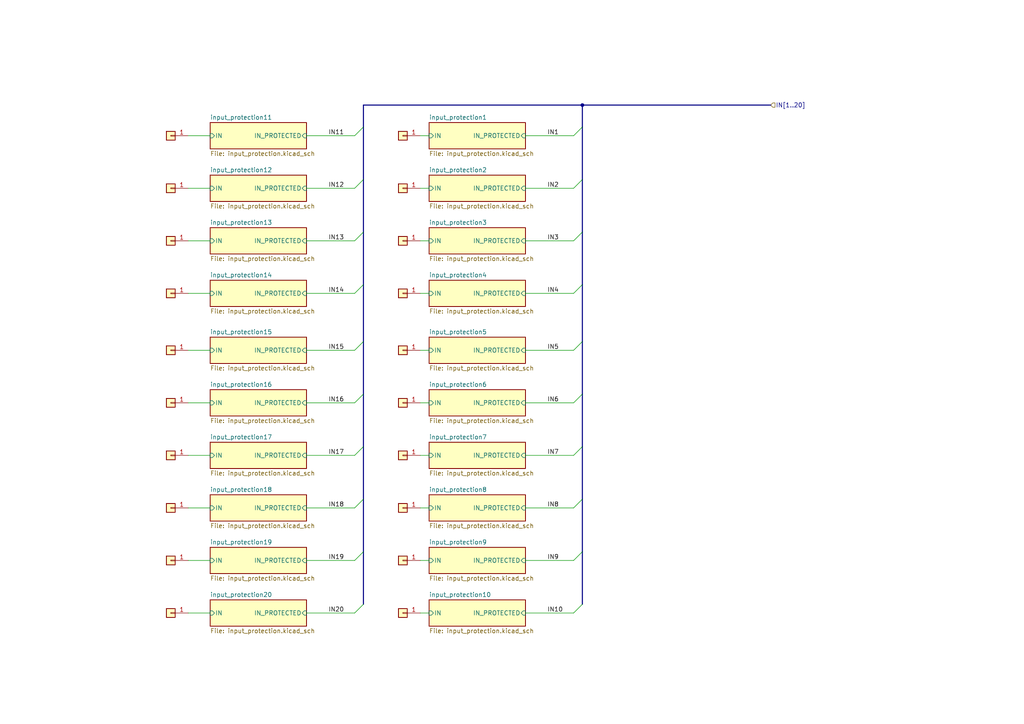
<source format=kicad_sch>
(kicad_sch (version 20250114) (generator "eeschema") (generator_version "9.0")
  (paper "A4")
  (title_block (title "Control Unit Tester") (date "2025-10-21") (rev "2"))
  (lib_symbols
    (symbol "Connector_Generic:Conn_01x01" (pin_names (offset 1.016) (hide yes))
      (property "Reference" "J" (at 0 2.54 0))
      (property "Value" "Conn_01x01" (at 0 -2.54 0))
      (symbol "Conn_01x01_1_1"
        (rectangle (start -1.27 1.27) (end 1.27 -1.27) (stroke (width 0.254)) (fill (type background)))
        (rectangle (start -1.27 0.127) (end 0 -0.127) (stroke (width 0.1524)))
        (pin passive line (at -5.08 0 0) (length 3.81) (name "Pin_1") (number "1"))
      )
    )
  )
  (junction (at 168.91 30.48))
  (bus_entry (at 166.37 69.85) (size 2.54 -2.54))
  (bus_entry (at 166.37 39.37) (size 2.54 -2.54))
  (bus_entry (at 166.37 85.09) (size 2.54 -2.54))
  (bus_entry (at 166.37 147.32) (size 2.54 -2.54))
  (bus_entry (at 166.37 116.84) (size 2.54 -2.54))
  (bus_entry (at 166.37 54.61) (size 2.54 -2.54))
  (bus_entry (at 102.87 54.61) (size 2.54 -2.54))
  (bus_entry (at 102.87 101.6) (size 2.54 -2.54))
  (bus_entry (at 102.87 39.37) (size 2.54 -2.54))
  (bus_entry (at 102.87 69.85) (size 2.54 -2.54))
  (bus_entry (at 166.37 101.6) (size 2.54 -2.54))
  (bus_entry (at 102.87 132.08) (size 2.54 -2.54))
  (bus_entry (at 102.87 162.56) (size 2.54 -2.54))
  (bus_entry (at 102.87 177.8) (size 2.54 -2.54))
  (bus_entry (at 102.87 85.09) (size 2.54 -2.54))
  (bus_entry (at 166.37 162.56) (size 2.54 -2.54))
  (bus_entry (at 102.87 116.84) (size 2.54 -2.54))
  (bus_entry (at 166.37 132.08) (size 2.54 -2.54))
  (bus_entry (at 166.37 177.8) (size 2.54 -2.54))
  (bus_entry (at 102.87 147.32) (size 2.54 -2.54))
  (bus (pts (xy 105.41 82.55) (xy 105.41 99.06)))
  (bus (pts (xy 105.41 30.48) (xy 168.91 30.48)))
  (bus (pts (xy 168.91 99.06) (xy 168.91 114.3)))
  (wire (pts (xy 121.92 54.61) (xy 124.46 54.61)))
  (bus (pts (xy 168.91 160.02) (xy 168.91 175.26)))
  (bus (pts (xy 168.91 67.31) (xy 168.91 82.55)))
  (wire (pts (xy 88.9 69.85) (xy 102.87 69.85)))
  (wire (pts (xy 121.92 162.56) (xy 124.46 162.56)))
  (wire (pts (xy 121.92 177.8) (xy 124.46 177.8)))
  (wire (pts (xy 152.4 39.37) (xy 166.37 39.37)))
  (wire (pts (xy 152.4 177.8) (xy 166.37 177.8)))
  (wire (pts (xy 54.61 54.61) (xy 60.96 54.61)))
  (wire (pts (xy 88.9 85.09) (xy 102.87 85.09)))
  (bus (pts (xy 105.41 67.31) (xy 105.41 82.55)))
  (bus (pts (xy 105.41 144.78) (xy 105.41 160.02)))
  (wire (pts (xy 121.92 116.84) (xy 124.46 116.84)))
  (bus (pts (xy 223.52 30.48) (xy 168.91 30.48)))
  (bus (pts (xy 105.41 52.07) (xy 105.41 67.31)))
  (wire (pts (xy 121.92 147.32) (xy 124.46 147.32)))
  (bus (pts (xy 168.91 82.55) (xy 168.91 99.06)))
  (bus (pts (xy 168.91 30.48) (xy 168.91 36.83)))
  (wire (pts (xy 54.61 101.6) (xy 60.96 101.6)))
  (wire (pts (xy 54.61 147.32) (xy 60.96 147.32)))
  (wire (pts (xy 152.4 116.84) (xy 166.37 116.84)))
  (wire (pts (xy 88.9 147.32) (xy 102.87 147.32)))
  (bus (pts (xy 168.91 52.07) (xy 168.91 67.31)))
  (wire (pts (xy 88.9 177.8) (xy 102.87 177.8)))
  (bus (pts (xy 168.91 114.3) (xy 168.91 129.54)))
  (wire (pts (xy 152.4 132.08) (xy 166.37 132.08)))
  (wire (pts (xy 152.4 162.56) (xy 166.37 162.56)))
  (wire (pts (xy 54.61 116.84) (xy 60.96 116.84)))
  (bus (pts (xy 168.91 129.54) (xy 168.91 144.78)))
  (wire (pts (xy 54.61 69.85) (xy 60.96 69.85)))
  (bus (pts (xy 168.91 36.83) (xy 168.91 52.07)))
  (bus (pts (xy 105.41 114.3) (xy 105.41 129.54)))
  (wire (pts (xy 54.61 132.08) (xy 60.96 132.08)))
  (bus (pts (xy 105.41 36.83) (xy 105.41 52.07)))
  (wire (pts (xy 152.4 101.6) (xy 166.37 101.6)))
  (wire (pts (xy 88.9 101.6) (xy 102.87 101.6)))
  (wire (pts (xy 54.61 177.8) (xy 60.96 177.8)))
  (wire (pts (xy 152.4 147.32) (xy 166.37 147.32)))
  (bus (pts (xy 168.91 144.78) (xy 168.91 160.02)))
  (wire (pts (xy 88.9 132.08) (xy 102.87 132.08)))
  (wire (pts (xy 88.9 116.84) (xy 102.87 116.84)))
  (wire (pts (xy 121.92 85.09) (xy 124.46 85.09)))
  (bus (pts (xy 105.41 99.06) (xy 105.41 114.3)))
  (wire (pts (xy 88.9 39.37) (xy 102.87 39.37)))
  (wire (pts (xy 152.4 69.85) (xy 166.37 69.85)))
  (wire (pts (xy 88.9 162.56) (xy 102.87 162.56)))
  (bus (pts (xy 105.41 160.02) (xy 105.41 175.26)))
  (bus (pts (xy 105.41 129.54) (xy 105.41 144.78)))
  (bus (pts (xy 105.41 30.48) (xy 105.41 36.83)))
  (wire (pts (xy 54.61 85.09) (xy 60.96 85.09)))
  (wire (pts (xy 88.9 54.61) (xy 102.87 54.61)))
  (wire (pts (xy 121.92 132.08) (xy 124.46 132.08)))
  (wire (pts (xy 121.92 39.37) (xy 124.46 39.37)))
  (wire (pts (xy 54.61 162.56) (xy 60.96 162.56)))
  (wire (pts (xy 121.92 69.85) (xy 124.46 69.85)))
  (wire (pts (xy 152.4 54.61) (xy 166.37 54.61)))
  (wire (pts (xy 54.61 39.37) (xy 60.96 39.37)))
  (wire (pts (xy 152.4 85.09) (xy 166.37 85.09)))
  (wire (pts (xy 121.92 101.6) (xy 124.46 101.6)))
  (label "IN8" (at 158.75 147.32 0))
  (label "IN10" (at 158.75 177.8 0))
  (label "IN16" (at 95.25 116.84 0))
  (label "IN20" (at 95.25 177.8 0))
  (label "IN4" (at 158.75 85.09 0))
  (label "IN17" (at 95.25 132.08 0))
  (label "IN11" (at 95.25 39.37 0))
  (label "IN14" (at 95.25 85.09 0))
  (label "IN13" (at 95.25 69.85 0))
  (label "IN1" (at 158.75 39.37 0))
  (label "IN9" (at 158.75 162.56 0))
  (label "IN2" (at 158.75 54.61 0))
  (label "IN18" (at 95.25 147.32 0))
  (label "IN3" (at 158.75 69.85 0))
  (label "IN6" (at 158.75 116.84 0))
  (label "IN12" (at 95.25 54.61 0))
  (label "IN19" (at 95.25 162.56 0))
  (label "IN5" (at 158.75 101.6 0))
  (label "IN7" (at 158.75 132.08 0))
  (label "IN15" (at 95.25 101.6 0))
  (hierarchical_label "IN[1..20]" (shape input) (at 223.52 30.48 0))
  (symbol (lib_id "Connector_Generic:Conn_01x01") (at 49.53 101.6 180) (unit 1) (in_bom no)
    (property "Reference" "J5" (effects (hide yes)))
    (property "Value" "Conn_01x01" (effects (hide yes)))
    (property "Footprint" "My_Footprints:Simple_hole_pad_3x1.5" (effects (hide yes)))
    (property "Description" "Generic connector, single row, 01x01, script generated (kicad-library-utils/schlib/autogen/connector/)" (effects (hide yes)))
  )
  (symbol (lib_id "Connector_Generic:Conn_01x01") (at 116.84 54.61 180) (unit 1) (in_bom no)
    (property "Reference" "J19" (effects (hide yes)))
    (property "Value" "Conn_01x01" (effects (hide yes)))
    (property "Footprint" "My_Footprints:Simple_hole_pad_3x1.5" (effects (hide yes)))
    (property "Description" "Generic connector, single row, 01x01, script generated (kicad-library-utils/schlib/autogen/connector/)" (effects (hide yes)))
  )
  (symbol (lib_id "Connector_Generic:Conn_01x01") (at 49.53 69.85 180) (unit 1) (in_bom no)
    (property "Reference" "J3" (effects (hide yes)))
    (property "Value" "Conn_01x01" (effects (hide yes)))
    (property "Footprint" "My_Footprints:Simple_hole_pad_3x1.5" (effects (hide yes)))
    (property "Description" "Generic connector, single row, 01x01, script generated (kicad-library-utils/schlib/autogen/connector/)" (effects (hide yes)))
  )
  (symbol (lib_id "Connector_Generic:Conn_01x01") (at 116.84 116.84 180) (unit 1) (in_bom no)
    (property "Reference" "J15" (effects (hide yes)))
    (property "Value" "Conn_01x01" (effects (hide yes)))
    (property "Footprint" "My_Footprints:Simple_hole_pad_3x1.5" (effects (hide yes)))
    (property "Description" "Generic connector, single row, 01x01, script generated (kicad-library-utils/schlib/autogen/connector/)" (effects (hide yes)))
  )
  (symbol (lib_id "Connector_Generic:Conn_01x01") (at 49.53 85.09 180) (unit 1) (in_bom no)
    (property "Reference" "J4" (effects (hide yes)))
    (property "Value" "Conn_01x01" (effects (hide yes)))
    (property "Footprint" "My_Footprints:Simple_hole_pad_3x1.5" (effects (hide yes)))
    (property "Description" "Generic connector, single row, 01x01, script generated (kicad-library-utils/schlib/autogen/connector/)" (effects (hide yes)))
  )
  (symbol (lib_id "Connector_Generic:Conn_01x01") (at 49.53 132.08 180) (unit 1) (in_bom no)
    (property "Reference" "J7" (effects (hide yes)))
    (property "Value" "Conn_01x01" (effects (hide yes)))
    (property "Footprint" "My_Footprints:Simple_hole_pad_3x1.5" (effects (hide yes)))
    (property "Description" "Generic connector, single row, 01x01, script generated (kicad-library-utils/schlib/autogen/connector/)" (effects (hide yes)))
  )
  (symbol (lib_id "Connector_Generic:Conn_01x01") (at 116.84 177.8 180) (unit 1) (in_bom no)
    (property "Reference" "J11" (effects (hide yes)))
    (property "Value" "Conn_01x01" (effects (hide yes)))
    (property "Footprint" "My_Footprints:Simple_hole_pad_3x1.5" (effects (hide yes)))
    (property "Description" "Generic connector, single row, 01x01, script generated (kicad-library-utils/schlib/autogen/connector/)" (effects (hide yes)))
  )
  (symbol (lib_id "Connector_Generic:Conn_01x01") (at 116.84 39.37 180) (unit 1) (in_bom no)
    (property "Reference" "J20" (effects (hide yes)))
    (property "Value" "Conn_01x01" (effects (hide yes)))
    (property "Footprint" "My_Footprints:Simple_hole_pad_3x1.5" (effects (hide yes)))
    (property "Description" "Generic connector, single row, 01x01, script generated (kicad-library-utils/schlib/autogen/connector/)" (effects (hide yes)))
  )
  (symbol (lib_id "Connector_Generic:Conn_01x01") (at 116.84 101.6 180) (unit 1) (in_bom no)
    (property "Reference" "J16" (effects (hide yes)))
    (property "Value" "Conn_01x01" (effects (hide yes)))
    (property "Footprint" "My_Footprints:Simple_hole_pad_3x1.5" (effects (hide yes)))
    (property "Description" "Generic connector, single row, 01x01, script generated (kicad-library-utils/schlib/autogen/connector/)" (effects (hide yes)))
  )
  (symbol (lib_id "Connector_Generic:Conn_01x01") (at 116.84 147.32 180) (unit 1) (in_bom no)
    (property "Reference" "J13" (effects (hide yes)))
    (property "Value" "Conn_01x01" (effects (hide yes)))
    (property "Footprint" "My_Footprints:Simple_hole_pad_3x1.5" (effects (hide yes)))
    (property "Description" "Generic connector, single row, 01x01, script generated (kicad-library-utils/schlib/autogen/connector/)" (effects (hide yes)))
  )
  (symbol (lib_id "Connector_Generic:Conn_01x01") (at 49.53 147.32 180) (unit 1) (in_bom no)
    (property "Reference" "J8" (effects (hide yes)))
    (property "Value" "Conn_01x01" (effects (hide yes)))
    (property "Footprint" "My_Footprints:Simple_hole_pad_3x1.5" (effects (hide yes)))
    (property "Description" "Generic connector, single row, 01x01, script generated (kicad-library-utils/schlib/autogen/connector/)" (effects (hide yes)))
  )
  (symbol (lib_id "Connector_Generic:Conn_01x01") (at 116.84 132.08 180) (unit 1) (in_bom no)
    (property "Reference" "J14" (effects (hide yes)))
    (property "Value" "Conn_01x01" (effects (hide yes)))
    (property "Footprint" "My_Footprints:Simple_hole_pad_3x1.5" (effects (hide yes)))
    (property "Description" "Generic connector, single row, 01x01, script generated (kicad-library-utils/schlib/autogen/connector/)" (effects (hide yes)))
  )
  (symbol (lib_id "Connector_Generic:Conn_01x01") (at 116.84 162.56 180) (unit 1) (in_bom no)
    (property "Reference" "J12" (effects (hide yes)))
    (property "Value" "Conn_01x01" (effects (hide yes)))
    (property "Footprint" "My_Footprints:Simple_hole_pad_3x1.5" (effects (hide yes)))
    (property "Description" "Generic connector, single row, 01x01, script generated (kicad-library-utils/schlib/autogen/connector/)" (effects (hide yes)))
  )
  (symbol (lib_id "Connector_Generic:Conn_01x01") (at 49.53 116.84 180) (unit 1) (in_bom no)
    (property "Reference" "J6" (effects (hide yes)))
    (property "Value" "Conn_01x01" (effects (hide yes)))
    (property "Footprint" "My_Footprints:Simple_hole_pad_3x1.5" (effects (hide yes)))
    (property "Description" "Generic connector, single row, 01x01, script generated (kicad-library-utils/schlib/autogen/connector/)" (effects (hide yes)))
  )
  (symbol (lib_id "Connector_Generic:Conn_01x01") (at 49.53 39.37 180) (unit 1) (in_bom no)
    (property "Reference" "J1" (effects (hide yes)))
    (property "Value" "Conn_01x01" (effects (hide yes)))
    (property "Footprint" "My_Footprints:Simple_hole_pad_3x1.5" (effects (hide yes)))
    (property "Description" "Generic connector, single row, 01x01, script generated (kicad-library-utils/schlib/autogen/connector/)" (effects (hide yes)))
  )
  (symbol (lib_id "Connector_Generic:Conn_01x01") (at 49.53 162.56 180) (unit 1) (in_bom no)
    (property "Reference" "J9" (effects (hide yes)))
    (property "Value" "Conn_01x01" (effects (hide yes)))
    (property "Footprint" "My_Footprints:Simple_hole_pad_3x1.5" (effects (hide yes)))
    (property "Description" "Generic connector, single row, 01x01, script generated (kicad-library-utils/schlib/autogen/connector/)" (effects (hide yes)))
  )
  (symbol (lib_id "Connector_Generic:Conn_01x01") (at 116.84 85.09 180) (unit 1) (in_bom no)
    (property "Reference" "J17" (effects (hide yes)))
    (property "Value" "Conn_01x01" (effects (hide yes)))
    (property "Footprint" "My_Footprints:Simple_hole_pad_3x1.5" (effects (hide yes)))
    (property "Description" "Generic connector, single row, 01x01, script generated (kicad-library-utils/schlib/autogen/connector/)" (effects (hide yes)))
  )
  (symbol (lib_id "Connector_Generic:Conn_01x01") (at 116.84 69.85 180) (unit 1) (in_bom no)
    (property "Reference" "J18" (effects (hide yes)))
    (property "Value" "Conn_01x01" (effects (hide yes)))
    (property "Footprint" "My_Footprints:Simple_hole_pad_3x1.5" (effects (hide yes)))
    (property "Description" "Generic connector, single row, 01x01, script generated (kicad-library-utils/schlib/autogen/connector/)" (effects (hide yes)))
  )
  (symbol (lib_id "Connector_Generic:Conn_01x01") (at 49.53 177.8 180) (unit 1) (in_bom no)
    (property "Reference" "J10" (effects (hide yes)))
    (property "Value" "Conn_01x01" (effects (hide yes)))
    (property "Footprint" "My_Footprints:Simple_hole_pad_3x1.5" (effects (hide yes)))
    (property "Description" "Generic connector, single row, 01x01, script generated (kicad-library-utils/schlib/autogen/connector/)" (effects (hide yes)))
  )
  (symbol (lib_id "Connector_Generic:Conn_01x01") (at 49.53 54.61 180) (unit 1) (in_bom no)
    (property "Reference" "J2" (effects (hide yes)))
    (property "Value" "Conn_01x01" (effects (hide yes)))
    (property "Footprint" "My_Footprints:Simple_hole_pad_3x1.5" (effects (hide yes)))
    (property "Description" "Generic connector, single row, 01x01, script generated (kicad-library-utils/schlib/autogen/connector/)" (effects (hide yes)))
  )
  (sheet (at 60.96 97.79) (size 27.94 7.62) (stroke (width 0.254)) (fill (color 255 255 194 1.0000))
    (property "Sheetname" "input_protection15" (at 60.96 97.0276 0) (effects (justify left bottom)))
    (property "Sheetfile" "input_protection.kicad_sch" (at 60.96 106.0454 0) (effects (justify left top)))
    (pin "IN" input (at 60.96 101.6 180))
    (pin "IN_PROTECTED" input (at 88.9 101.6 0))
  )
  (sheet (at 60.96 143.51) (size 27.94 7.62) (stroke (width 0.254)) (fill (color 255 255 194 1.0000))
    (property "Sheetname" "input_protection18" (at 60.96 142.7476 0) (effects (justify left bottom)))
    (property "Sheetfile" "input_protection.kicad_sch" (at 60.96 151.7654 0) (effects (justify left top)))
    (pin "IN" input (at 60.96 147.32 180))
    (pin "IN_PROTECTED" input (at 88.9 147.32 0))
  )
  (sheet (at 124.46 143.51) (size 27.94 7.62) (stroke (width 0.254)) (fill (color 255 255 194 1.0000))
    (property "Sheetname" "input_protection8" (at 124.46 142.7476 0) (effects (justify left bottom)))
    (property "Sheetfile" "input_protection.kicad_sch" (at 124.46 151.7654 0) (effects (justify left top)))
    (pin "IN" input (at 124.46 147.32 180))
    (pin "IN_PROTECTED" input (at 152.4 147.32 0))
  )
  (sheet (at 60.96 128.27) (size 27.94 7.62) (stroke (width 0.254)) (fill (color 255 255 194 1.0000))
    (property "Sheetname" "input_protection17" (at 60.96 127.5076 0) (effects (justify left bottom)))
    (property "Sheetfile" "input_protection.kicad_sch" (at 60.96 136.5254 0) (effects (justify left top)))
    (pin "IN" input (at 60.96 132.08 180))
    (pin "IN_PROTECTED" input (at 88.9 132.08 0))
  )
  (sheet (at 60.96 66.04) (size 27.94 7.62) (stroke (width 0.254)) (fill (color 255 255 194 1.0000))
    (property "Sheetname" "input_protection13" (at 60.96 65.2776 0) (effects (justify left bottom)))
    (property "Sheetfile" "input_protection.kicad_sch" (at 60.96 74.2954 0) (effects (justify left top)))
    (pin "IN" input (at 60.96 69.85 180))
    (pin "IN_PROTECTED" input (at 88.9 69.85 0))
  )
  (sheet (at 124.46 81.28) (size 27.94 7.62) (stroke (width 0.254)) (fill (color 255 255 194 1.0000))
    (property "Sheetname" "input_protection4" (at 124.46 80.5176 0) (effects (justify left bottom)))
    (property "Sheetfile" "input_protection.kicad_sch" (at 124.46 89.5354 0) (effects (justify left top)))
    (pin "IN" input (at 124.46 85.09 180))
    (pin "IN_PROTECTED" input (at 152.4 85.09 0))
  )
  (sheet (at 124.46 35.56) (size 27.94 7.62) (stroke (width 0.254)) (fill (color 255 255 194 1.0000))
    (property "Sheetname" "input_protection1" (at 124.46 34.7976 0) (effects (justify left bottom)))
    (property "Sheetfile" "input_protection.kicad_sch" (at 124.46 43.8154 0) (effects (justify left top)))
    (pin "IN" input (at 124.46 39.37 180))
    (pin "IN_PROTECTED" input (at 152.4 39.37 0))
  )
  (sheet (at 60.96 113.03) (size 27.94 7.62) (stroke (width 0.254)) (fill (color 255 255 194 1.0000))
    (property "Sheetname" "input_protection16" (at 60.96 112.2676 0) (effects (justify left bottom)))
    (property "Sheetfile" "input_protection.kicad_sch" (at 60.96 121.2854 0) (effects (justify left top)))
    (pin "IN" input (at 60.96 116.84 180))
    (pin "IN_PROTECTED" input (at 88.9 116.84 0))
  )
  (sheet (at 60.96 158.75) (size 27.94 7.62) (stroke (width 0.254)) (fill (color 255 255 194 1.0000))
    (property "Sheetname" "input_protection19" (at 60.96 157.9876 0) (effects (justify left bottom)))
    (property "Sheetfile" "input_protection.kicad_sch" (at 60.96 167.0054 0) (effects (justify left top)))
    (pin "IN" input (at 60.96 162.56 180))
    (pin "IN_PROTECTED" input (at 88.9 162.56 0))
  )
  (sheet (at 124.46 50.8) (size 27.94 7.62) (stroke (width 0.254)) (fill (color 255 255 194 1.0000))
    (property "Sheetname" "input_protection2" (at 124.46 50.0376 0) (effects (justify left bottom)))
    (property "Sheetfile" "input_protection.kicad_sch" (at 124.46 59.0554 0) (effects (justify left top)))
    (pin "IN" input (at 124.46 54.61 180))
    (pin "IN_PROTECTED" input (at 152.4 54.61 0))
  )
  (sheet (at 60.96 35.56) (size 27.94 7.62) (stroke (width 0.254)) (fill (color 255 255 194 1.0000))
    (property "Sheetname" "input_protection11" (at 60.96 34.7976 0) (effects (justify left bottom)))
    (property "Sheetfile" "input_protection.kicad_sch" (at 60.96 43.8154 0) (effects (justify left top)))
    (pin "IN" input (at 60.96 39.37 180))
    (pin "IN_PROTECTED" input (at 88.9 39.37 0))
  )
  (sheet (at 124.46 113.03) (size 27.94 7.62) (stroke (width 0.254)) (fill (color 255 255 194 1.0000))
    (property "Sheetname" "input_protection6" (at 124.46 112.2676 0) (effects (justify left bottom)))
    (property "Sheetfile" "input_protection.kicad_sch" (at 124.46 121.2854 0) (effects (justify left top)))
    (pin "IN" input (at 124.46 116.84 180))
    (pin "IN_PROTECTED" input (at 152.4 116.84 0))
  )
  (sheet (at 124.46 158.75) (size 27.94 7.62) (stroke (width 0.254)) (fill (color 255 255 194 1.0000))
    (property "Sheetname" "input_protection9" (at 124.46 157.9876 0) (effects (justify left bottom)))
    (property "Sheetfile" "input_protection.kicad_sch" (at 124.46 167.0054 0) (effects (justify left top)))
    (pin "IN" input (at 124.46 162.56 180))
    (pin "IN_PROTECTED" input (at 152.4 162.56 0))
  )
  (sheet (at 60.96 50.8) (size 27.94 7.62) (stroke (width 0.254)) (fill (color 255 255 194 1.0000))
    (property "Sheetname" "input_protection12" (at 60.96 50.0376 0) (effects (justify left bottom)))
    (property "Sheetfile" "input_protection.kicad_sch" (at 60.96 59.0554 0) (effects (justify left top)))
    (pin "IN" input (at 60.96 54.61 180))
    (pin "IN_PROTECTED" input (at 88.9 54.61 0))
  )
  (sheet (at 60.96 81.28) (size 27.94 7.62) (stroke (width 0.254)) (fill (color 255 255 194 1.0000))
    (property "Sheetname" "input_protection14" (at 60.96 80.5176 0) (effects (justify left bottom)))
    (property "Sheetfile" "input_protection.kicad_sch" (at 60.96 89.5354 0) (effects (justify left top)))
    (pin "IN" input (at 60.96 85.09 180))
    (pin "IN_PROTECTED" input (at 88.9 85.09 0))
  )
  (sheet (at 60.96 173.99) (size 27.94 7.62) (stroke (width 0.254)) (fill (color 255 255 194 1.0000))
    (property "Sheetname" "input_protection20" (at 60.96 173.2276 0) (effects (justify left bottom)))
    (property "Sheetfile" "input_protection.kicad_sch" (at 60.96 182.2454 0) (effects (justify left top)))
    (pin "IN" input (at 60.96 177.8 180))
    (pin "IN_PROTECTED" input (at 88.9 177.8 0))
  )
  (sheet (at 124.46 66.04) (size 27.94 7.62) (stroke (width 0.254)) (fill (color 255 255 194 1.0000))
    (property "Sheetname" "input_protection3" (at 124.46 65.2776 0) (effects (justify left bottom)))
    (property "Sheetfile" "input_protection.kicad_sch" (at 124.46 74.2954 0) (effects (justify left top)))
    (pin "IN" input (at 124.46 69.85 180))
    (pin "IN_PROTECTED" input (at 152.4 69.85 0))
  )
  (sheet (at 124.46 173.99) (size 27.94 7.62) (stroke (width 0.254)) (fill (color 255 255 194 1.0000))
    (property "Sheetname" "input_protection10" (at 124.46 173.2276 0) (effects (justify left bottom)))
    (property "Sheetfile" "input_protection.kicad_sch" (at 124.46 182.2454 0) (effects (justify left top)))
    (pin "IN" input (at 124.46 177.8 180))
    (pin "IN_PROTECTED" input (at 152.4 177.8 0))
  )
  (sheet (at 124.46 128.27) (size 27.94 7.62) (stroke (width 0.254)) (fill (color 255 255 194 1.0000))
    (property "Sheetname" "input_protection7" (at 124.46 127.5076 0) (effects (justify left bottom)))
    (property "Sheetfile" "input_protection.kicad_sch" (at 124.46 136.5254 0) (effects (justify left top)))
    (pin "IN" input (at 124.46 132.08 180))
    (pin "IN_PROTECTED" input (at 152.4 132.08 0))
  )
  (sheet (at 124.46 97.79) (size 27.94 7.62) (stroke (width 0.254)) (fill (color 255 255 194 1.0000))
    (property "Sheetname" "input_protection5" (at 124.46 97.0276 0) (effects (justify left bottom)))
    (property "Sheetfile" "input_protection.kicad_sch" (at 124.46 106.0454 0) (effects (justify left top)))
    (pin "IN" input (at 124.46 101.6 180))
    (pin "IN_PROTECTED" input (at 152.4 101.6 0))
  )
)
</source>
